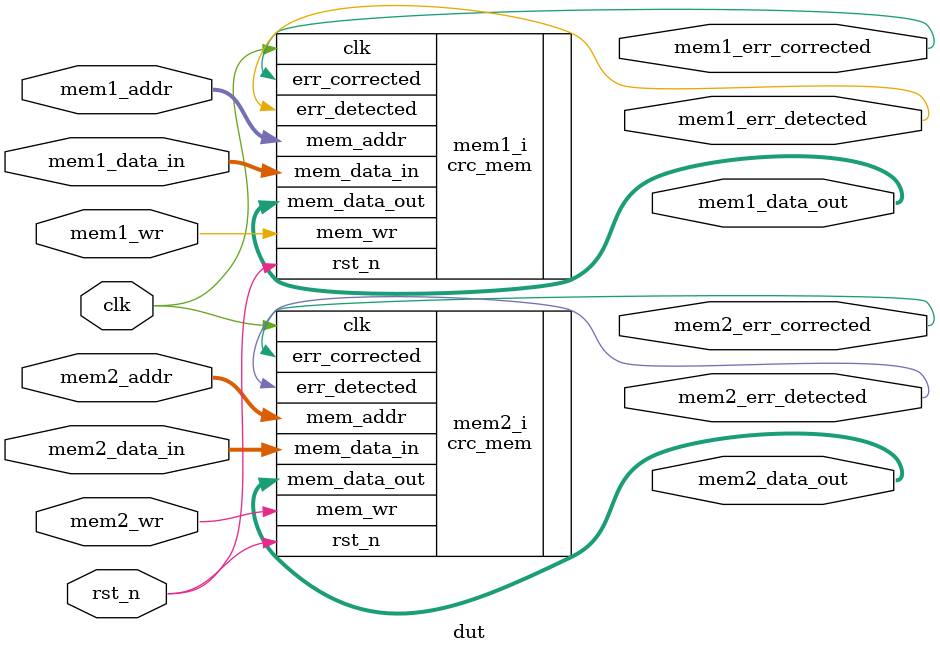
<source format=sv>


module dut
  (input logic clk,
   input logic 	       rst_n,

   // MEM1, 128-bit, ASILD,
   input logic 	       mem1_wr,
   input logic [7:0]   mem1_addr,
   input logic [31:0]  mem1_data_in,
   output logic [31:0] mem1_data_out ,
   output logic        mem1_err_detected,
   output logic        mem1_err_corrected,

   // MEM2, 64-bit, ASILB,
   input logic 	       mem2_wr,
   input logic [7:0]   mem2_addr,
   input logic [7:0]   mem2_data_in,
   output logic [7:0]  mem2_data_out ,
   output logic        mem2_err_detected,
   output logic        mem2_err_corrected

   );

   //----------------------------------------------------------------------
   // MEM 1
   //----------------------------------------------------------------------
   crc_mem
     #(.DATA_WIDTH      (32),
       .POLYNOMIAL_BITS (8),
       .OUTPUT_FF       (1)
       )
   mem1_i
     ( .clk           (clk),
       .rst_n         (rst_n),
       .mem_wr        (mem1_wr),
       .mem_addr      (mem1_addr),
       .mem_data_in   (mem1_data_in),
       .mem_data_out  (mem1_data_out),
       .err_detected  (mem1_err_detected),
       .err_corrected (mem1_err_corrected)
       );


   //----------------------------------------------------------------------
   // MEM 2
   //----------------------------------------------------------------------
    crc_mem
     #(.DATA_WIDTH      (8),
       .POLYNOMIAL_BITS (4),
       .OUTPUT_FF       (0)
       )
   mem2_i
     ( .clk           (clk),
       .rst_n         (rst_n),
       .mem_wr        (mem2_wr),
       .mem_addr      (mem2_addr),
       .mem_data_in   (mem2_data_in),
       .mem_data_out  (mem2_data_out),
       .err_detected  (mem2_err_detected),
       .err_corrected (mem2_err_corrected)
       );
endmodule // dut

</source>
